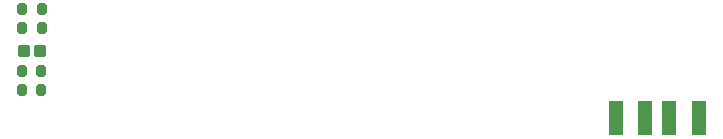
<source format=gtp>
G04 #@! TF.GenerationSoftware,KiCad,Pcbnew,7.0.7*
G04 #@! TF.CreationDate,2023-10-04T16:42:27-06:00*
G04 #@! TF.ProjectId,Modular_Interfaces,4d6f6475-6c61-4725-9f49-6e7465726661,rev?*
G04 #@! TF.SameCoordinates,Original*
G04 #@! TF.FileFunction,Paste,Top*
G04 #@! TF.FilePolarity,Positive*
%FSLAX46Y46*%
G04 Gerber Fmt 4.6, Leading zero omitted, Abs format (unit mm)*
G04 Created by KiCad (PCBNEW 7.0.7) date 2023-10-04 16:42:27*
%MOMM*%
%LPD*%
G01*
G04 APERTURE LIST*
G04 Aperture macros list*
%AMRoundRect*
0 Rectangle with rounded corners*
0 $1 Rounding radius*
0 $2 $3 $4 $5 $6 $7 $8 $9 X,Y pos of 4 corners*
0 Add a 4 corners polygon primitive as box body*
4,1,4,$2,$3,$4,$5,$6,$7,$8,$9,$2,$3,0*
0 Add four circle primitives for the rounded corners*
1,1,$1+$1,$2,$3*
1,1,$1+$1,$4,$5*
1,1,$1+$1,$6,$7*
1,1,$1+$1,$8,$9*
0 Add four rect primitives between the rounded corners*
20,1,$1+$1,$2,$3,$4,$5,0*
20,1,$1+$1,$4,$5,$6,$7,0*
20,1,$1+$1,$6,$7,$8,$9,0*
20,1,$1+$1,$8,$9,$2,$3,0*%
G04 Aperture macros list end*
%ADD10RoundRect,0.250000X-0.287500X-0.275000X0.287500X-0.275000X0.287500X0.275000X-0.287500X0.275000X0*%
%ADD11RoundRect,0.200000X-0.200000X-0.275000X0.200000X-0.275000X0.200000X0.275000X-0.200000X0.275000X0*%
%ADD12R,1.250000X3.000000*%
G04 APERTURE END LIST*
D10*
X129138500Y-49652700D03*
X130563500Y-49652700D03*
D11*
X129013500Y-46082700D03*
X130663500Y-46082700D03*
X129003500Y-52912700D03*
X130653500Y-52912700D03*
D12*
X179290000Y-55318000D03*
X181790000Y-55318000D03*
X183790000Y-55318000D03*
X186290000Y-55318000D03*
D11*
X129003500Y-51332700D03*
X130653500Y-51332700D03*
X129013500Y-47682700D03*
X130663500Y-47682700D03*
M02*

</source>
